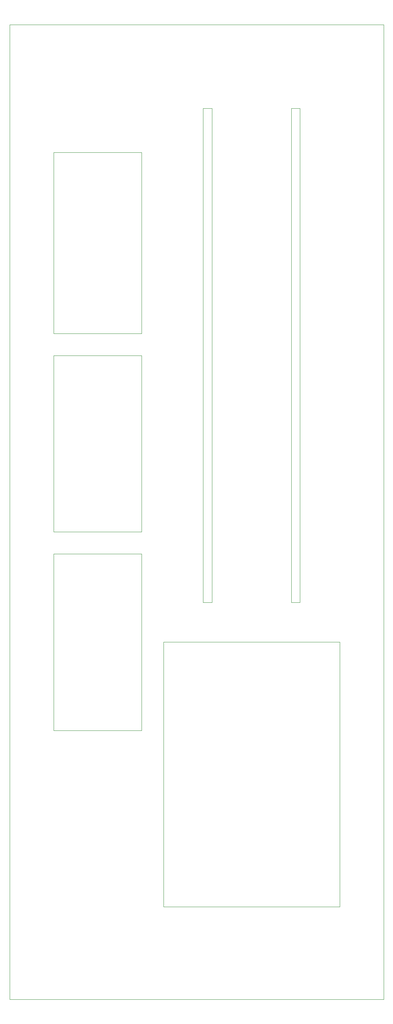
<source format=gbr>
%TF.GenerationSoftware,KiCad,Pcbnew,7.0.5*%
%TF.CreationDate,2023-07-03T18:51:47+02:00*%
%TF.ProjectId,Master_Board_panel,4d617374-6572-45f4-926f-6172645f7061,rev?*%
%TF.SameCoordinates,Original*%
%TF.FileFunction,Profile,NP*%
%FSLAX46Y46*%
G04 Gerber Fmt 4.6, Leading zero omitted, Abs format (unit mm)*
G04 Created by KiCad (PCBNEW 7.0.5) date 2023-07-03 18:51:47*
%MOMM*%
%LPD*%
G01*
G04 APERTURE LIST*
%TA.AperFunction,Profile*%
%ADD10C,0.100000*%
%TD*%
G04 APERTURE END LIST*
D10*
X104000000Y-24000000D02*
X106000000Y-24000000D01*
X106000000Y-136000000D01*
X104000000Y-136000000D01*
X104000000Y-24000000D01*
X50000000Y-34000000D02*
X70000000Y-34000000D01*
X70000000Y-75000000D01*
X50000000Y-75000000D01*
X50000000Y-34000000D01*
X75000000Y-145000000D02*
X115000000Y-145000000D01*
X115000000Y-205000000D01*
X75000000Y-205000000D01*
X75000000Y-145000000D01*
X84000000Y-24000000D02*
X86000000Y-24000000D01*
X86000000Y-136000000D01*
X84000000Y-136000000D01*
X84000000Y-24000000D01*
X40000000Y-5000000D02*
X125000000Y-5000000D01*
X125000000Y-226000000D01*
X40000000Y-226000000D01*
X40000000Y-5000000D01*
X50000000Y-80000000D02*
X70000000Y-80000000D01*
X70000000Y-120000000D01*
X50000000Y-120000000D01*
X50000000Y-80000000D01*
X50000000Y-125000000D02*
X70000000Y-125000000D01*
X70000000Y-165000000D01*
X50000000Y-165000000D01*
X50000000Y-125000000D01*
M02*

</source>
